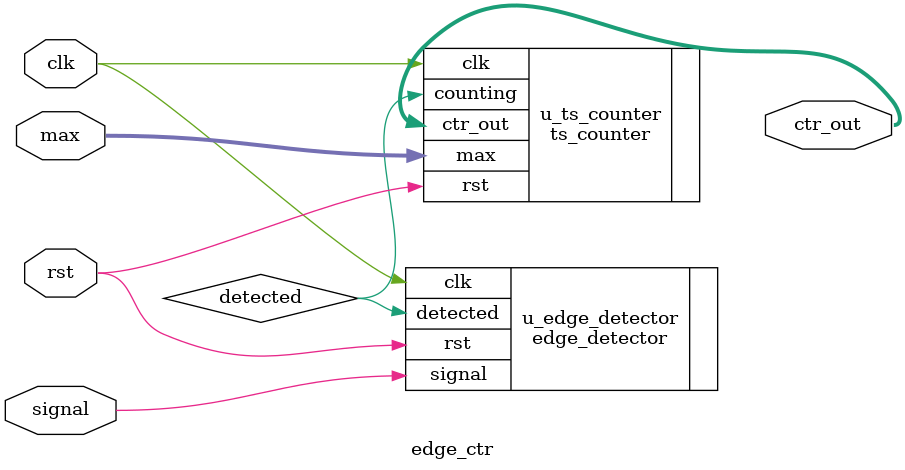
<source format=sv>
/*
 Module name:   edge counter
 Author:        Wojciech Miskowicz
 Last modified: 2023-07-10
 Description:  top module that counts rising edges
 */
//////////////////////////////////////////////////////////////////////////////
module edge_ctr#(
    parameter DATA_SIZE = 5
    )
    (
      input wire clk,
      input wire rst,
      input wire signal,
      input wire [DATA_SIZE-1:0] max,
      output reg [DATA_SIZE-1:0] ctr_out
    );

 wire detected;

  edge_detector u_edge_detector(
    .clk,
    .rst,
    .signal,
    .detected(detected)
  );

 ts_counter #(
    .DATA_SIZE(DATA_SIZE)
 )
 u_ts_counter(
   .clk,
   .rst,
   .counting(detected),
   .max,
   .ctr_out
 );
 

endmodule
</source>
